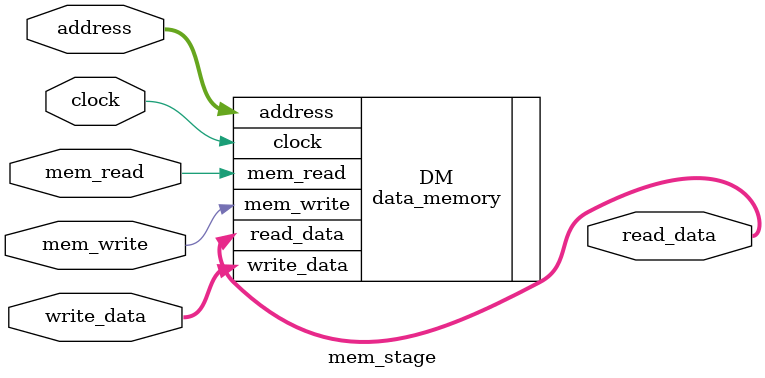
<source format=v>
module mem_stage (
    input wire clock,
    input wire mem_read,
    input wire mem_write,
    input wire [63:0] address,
    input wire [63:0] write_data,

    output wire [63:0] read_data
);

    data_memory DM (
        .clock(clock),
        .mem_read(mem_read),
        .mem_write(mem_write),
        .address(address),
        .write_data(write_data),
        .read_data(read_data)
    );

endmodule

</source>
